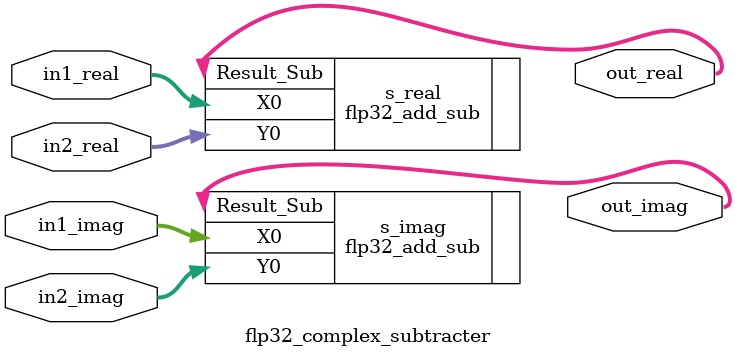
<source format=v>
`timescale 1ns / 1ps


module flp32_complex_subtracter(out_real,out_imag,in1_real,in1_imag,in2_real,in2_imag);
    output [31:0]out_real,out_imag;
    input [31:0]in1_real,in1_imag,in2_real,in2_imag;
    
    flp32_add_sub s_real(.X0(in1_real),.Y0(in2_real),.Result_Sub(out_real));
    flp32_add_sub s_imag(.X0(in1_imag),.Y0(in2_imag),.Result_Sub(out_imag));  
    
endmodule

</source>
